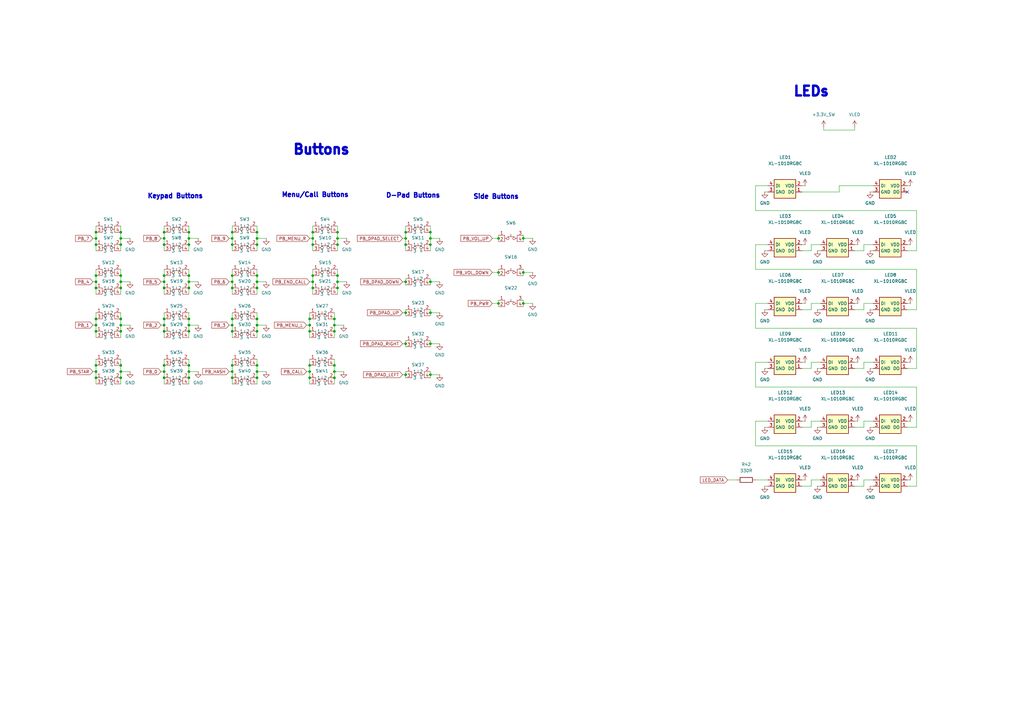
<source format=kicad_sch>
(kicad_sch (version 20250114) (generator "eeschema") (generator_version "9.0")
  (paper "A3")
  (title_block (title "UQ Phone") (rev "0.2.0") (company "The University of Queensland"))
  (text "Side Buttons\n\n" (at 203.454 82.296 0) (effects (font (size 1.905 1.905) (thickness 1) (bold yes))))
  (text "LEDs\n" (at 332.74 37.592 0) (effects (font (size 4 4) (thickness 1) (bold yes))))
  (text "D-Pad Buttons\n" (at 169.418 80.264 0) (effects (font (size 1.905 1.905) (thickness 1) (bold yes))))
  (text "Keypad Buttons\n" (at 71.882 80.518 0) (effects (font (size 1.905 1.905) (thickness 1) (bold yes))))
  (text "Menu/Call Buttons\n" (at 129.286 80.01 0) (effects (font (size 1.905 1.905) (thickness 1) (bold yes))))
  (text "Buttons\n" (at 131.826 61.468 0) (effects (font (size 4 4) (thickness 1) (bold yes))))
  (junction (at 95.25 115.57))
  (junction (at 214.63 97.7478))
  (junction (at 49.53 152.4))
  (junction (at 105.41 97.79))
  (junction (at 166.37 100.33))
  (junction (at 95.25 118.11))
  (junction (at 77.47 152.4))
  (junction (at 95.25 97.79))
  (junction (at 105.41 149.86))
  (junction (at 176.53 95.25))
  (junction (at 67.31 113.03))
  (junction (at 95.25 135.89))
  (junction (at 176.53 128.27))
  (junction (at 77.47 133.35))
  (junction (at 105.41 115.57))
  (junction (at 105.41 118.11))
  (junction (at 77.47 154.94))
  (junction (at 137.16 130.81))
  (junction (at 39.37 97.79))
  (junction (at 127 130.81))
  (junction (at 105.41 130.81))
  (junction (at 49.53 97.79))
  (junction (at 67.31 115.57))
  (junction (at 166.37 95.25))
  (junction (at 49.53 95.25))
  (junction (at 137.16 133.35))
  (junction (at 39.37 133.35))
  (junction (at 77.47 115.57))
  (junction (at 166.37 153.67))
  (junction (at 95.25 154.94))
  (junction (at 67.31 118.11))
  (junction (at 137.16 149.86))
  (junction (at 95.25 130.81))
  (junction (at 128.27 100.33))
  (junction (at 127 154.94))
  (junction (at 105.41 95.25))
  (junction (at 39.37 100.33))
  (junction (at 77.47 113.03))
  (junction (at 204.47 97.79))
  (junction (at 67.31 149.86))
  (junction (at 49.53 118.11))
  (junction (at 39.37 118.11))
  (junction (at 95.25 113.03))
  (junction (at 176.53 140.97))
  (junction (at 77.47 149.86))
  (junction (at 77.47 130.81))
  (junction (at 214.63 124.46))
  (junction (at 39.37 152.4))
  (junction (at 77.47 100.33))
  (junction (at 127 152.4))
  (junction (at 105.41 113.03))
  (junction (at 67.31 100.33))
  (junction (at 166.37 97.79))
  (junction (at 95.25 100.33))
  (junction (at 77.47 118.11))
  (junction (at 95.25 133.35))
  (junction (at 49.53 115.57))
  (junction (at 105.41 152.4))
  (junction (at 128.27 113.03))
  (junction (at 138.43 115.57))
  (junction (at 176.53 153.67))
  (junction (at 39.37 95.25))
  (junction (at 39.37 154.94))
  (junction (at 77.47 97.79))
  (junction (at 95.25 149.86))
  (junction (at 214.63 111.76))
  (junction (at 138.43 118.11))
  (junction (at 67.31 95.25))
  (junction (at 128.27 115.57))
  (junction (at 95.25 95.25))
  (junction (at 67.31 97.79))
  (junction (at 39.37 130.81))
  (junction (at 95.25 152.4))
  (junction (at 138.43 113.03))
  (junction (at 128.27 118.11))
  (junction (at 204.47 111.76))
  (junction (at 176.53 115.57))
  (junction (at 105.41 133.35))
  (junction (at 166.37 128.27))
  (junction (at 67.31 130.81))
  (junction (at 49.53 154.94))
  (junction (at 138.43 95.25))
  (junction (at 105.41 135.89))
  (junction (at 67.31 152.4))
  (junction (at 77.47 135.89))
  (junction (at 128.27 95.25))
  (junction (at 77.47 95.25))
  (junction (at 49.53 149.86))
  (junction (at 49.53 100.33))
  (junction (at 49.53 113.03))
  (junction (at 49.53 133.35))
  (junction (at 138.43 100.33))
  (junction (at 137.16 135.89))
  (junction (at 105.41 100.33))
  (junction (at 127 135.89))
  (junction (at 204.47 124.46))
  (junction (at 49.53 135.89))
  (junction (at 137.16 154.94))
  (junction (at 39.37 135.89))
  (junction (at 127 133.35))
  (junction (at 137.16 152.4))
  (junction (at 67.31 135.89))
  (junction (at 67.31 133.35))
  (junction (at 105.41 154.94))
  (junction (at 127 149.86))
  (junction (at 138.43 97.79))
  (junction (at 49.53 130.81))
  (junction (at 39.37 115.57))
  (junction (at 67.31 154.94))
  (junction (at 166.37 140.97))
  (junction (at 128.27 97.79))
  (junction (at 39.37 149.86))
  (junction (at 176.53 100.33))
  (junction (at 176.53 97.79))
  (junction (at 39.37 113.03))
  (junction (at 166.37 115.57))
  (no_connect (at 372.11 78.74))
  (wire (pts (xy 105.41 92.71) (xy 105.41 95.25)))
  (wire (pts (xy 66.04 133.35) (xy 67.31 133.35)))
  (wire (pts (xy 49.53 152.4) (xy 49.53 154.94)))
  (wire (pts (xy 38.1 133.35) (xy 39.37 133.35)))
  (wire (pts (xy 138.43 100.33) (xy 138.43 102.87)))
  (wire (pts (xy 309.88 196.85) (xy 314.96 196.85)))
  (wire (pts (xy 127 130.81) (xy 127 133.35)))
  (wire (pts (xy 49.53 100.33) (xy 49.53 102.87)))
  (wire (pts (xy 336.55 172.72) (xy 332.74 172.72)))
  (wire (pts (xy 77.47 128.27) (xy 77.47 130.81)))
  (wire (pts (xy 127 149.86) (xy 127 152.4)))
  (wire (pts (xy 176.53 140.97) (xy 176.53 142.24)))
  (wire (pts (xy 77.47 147.32) (xy 77.47 149.86)))
  (wire (pts (xy 336.55 151.13) (xy 335.28 151.13)))
  (wire (pts (xy 336.55 102.87) (xy 335.28 102.87)))
  (wire (pts (xy 358.14 124.46) (xy 354.33 124.46)))
  (wire (pts (xy 332.74 127) (xy 328.93 127)))
  (wire (pts (xy 358.14 102.87) (xy 356.87 102.87)))
  (wire (pts (xy 138.43 97.79) (xy 142.24 97.79)))
  (wire (pts (xy 39.37 97.79) (xy 39.37 100.33)))
  (wire (pts (xy 39.37 113.03) (xy 39.37 115.57)))
  (wire (pts (xy 176.53 92.71) (xy 176.53 95.25)))
  (wire (pts (xy 330.2 196.85) (xy 328.93 196.85)))
  (wire (pts (xy 176.53 97.79) (xy 180.34 97.79)))
  (wire (pts (xy 176.53 128.27) (xy 180.34 128.27)))
  (wire (pts (xy 39.37 152.4) (xy 39.37 154.94)))
  (wire (pts (xy 166.37 114.3) (xy 166.37 115.57)))
  (wire (pts (xy 77.47 130.81) (xy 77.47 133.35)))
  (wire (pts (xy 336.55 199.39) (xy 335.28 199.39)))
  (wire (pts (xy 373.38 148.59) (xy 372.11 148.59)))
  (wire (pts (xy 358.14 151.13) (xy 356.87 151.13)))
  (wire (pts (xy 49.53 97.79) (xy 49.53 100.33)))
  (wire (pts (xy 39.37 149.86) (xy 39.37 152.4)))
  (wire (pts (xy 375.92 110.49) (xy 375.92 127)))
  (wire (pts (xy 336.55 124.46) (xy 332.74 124.46)))
  (wire (pts (xy 38.1 152.4) (xy 39.37 152.4)))
  (wire (pts (xy 176.53 115.57) (xy 176.53 116.84)))
  (wire (pts (xy 95.25 100.33) (xy 95.25 102.87)))
  (wire (pts (xy 95.25 128.27) (xy 95.25 130.81)))
  (wire (pts (xy 125.73 152.4) (xy 127 152.4)))
  (wire (pts (xy 49.53 130.81) (xy 49.53 133.35)))
  (wire (pts (xy 77.47 118.11) (xy 77.47 120.65)))
  (wire (pts (xy 201.93 124.46) (xy 204.47 124.46)))
  (wire (pts (xy 314.96 175.26) (xy 313.69 175.26)))
  (wire (pts (xy 336.55 196.85) (xy 332.74 196.85)))
  (wire (pts (xy 127 152.4) (xy 127 154.94)))
  (wire (pts (xy 137.16 154.94) (xy 137.16 157.48)))
  (wire (pts (xy 77.47 135.89) (xy 77.47 138.43)))
  (wire (pts (xy 309.88 182.88) (xy 309.88 172.72)))
  (wire (pts (xy 201.93 111.76) (xy 204.47 111.76)))
  (wire (pts (xy 128.27 95.25) (xy 128.27 97.79)))
  (wire (pts (xy 176.53 140.97) (xy 180.34 140.97)))
  (wire (pts (xy 204.47 97.79) (xy 204.47 99.06)))
  (wire (pts (xy 39.37 92.71) (xy 39.37 95.25)))
  (wire (pts (xy 358.14 175.26) (xy 356.87 175.26)))
  (wire (pts (xy 137.16 128.27) (xy 137.16 130.81)))
  (wire (pts (xy 77.47 115.57) (xy 77.47 118.11)))
  (wire (pts (xy 49.53 152.4) (xy 53.34 152.4)))
  (wire (pts (xy 77.47 154.94) (xy 77.47 157.48)))
  (wire (pts (xy 67.31 133.35) (xy 67.31 135.89)))
  (wire (pts (xy 375.92 199.39) (xy 372.11 199.39)))
  (wire (pts (xy 309.88 134.62) (xy 309.88 124.46)))
  (wire (pts (xy 176.53 153.67) (xy 180.34 153.67)))
  (wire (pts (xy 354.33 199.39) (xy 350.52 199.39)))
  (wire (pts (xy 105.41 133.35) (xy 109.22 133.35)))
  (wire (pts (xy 375.92 175.26) (xy 372.11 175.26)))
  (wire (pts (xy 77.47 149.86) (xy 77.47 152.4)))
  (wire (pts (xy 351.79 124.46) (xy 350.52 124.46)))
  (wire (pts (xy 105.41 152.4) (xy 105.41 154.94)))
  (wire (pts (xy 314.96 78.74) (xy 313.69 78.74)))
  (wire (pts (xy 375.92 182.88) (xy 375.92 199.39)))
  (wire (pts (xy 336.55 148.59) (xy 332.74 148.59)))
  (wire (pts (xy 176.53 115.57) (xy 180.34 115.57)))
  (wire (pts (xy 358.14 199.39) (xy 356.87 199.39)))
  (wire (pts (xy 309.88 158.75) (xy 309.88 148.59)))
  (wire (pts (xy 67.31 147.32) (xy 67.31 149.86)))
  (wire (pts (xy 105.41 118.11) (xy 105.41 120.65)))
  (wire (pts (xy 105.41 110.49) (xy 105.41 113.03)))
  (wire (pts (xy 358.14 127) (xy 356.87 127)))
  (wire (pts (xy 332.74 102.87) (xy 328.93 102.87)))
  (wire (pts (xy 77.47 110.49) (xy 77.47 113.03)))
  (wire (pts (xy 67.31 130.81) (xy 67.31 133.35)))
  (wire (pts (xy 67.31 128.27) (xy 67.31 130.81)))
  (wire (pts (xy 93.98 152.4) (xy 95.25 152.4)))
  (wire (pts (xy 358.14 172.72) (xy 354.33 172.72)))
  (wire (pts (xy 128.27 110.49) (xy 128.27 113.03)))
  (wire (pts (xy 105.41 149.86) (xy 105.41 152.4)))
  (wire (pts (xy 77.47 113.03) (xy 77.47 115.57)))
  (wire (pts (xy 332.74 148.59) (xy 332.74 151.13)))
  (wire (pts (xy 375.92 127) (xy 372.11 127)))
  (wire (pts (xy 38.1 97.79) (xy 39.37 97.79)))
  (wire (pts (xy 373.38 124.46) (xy 372.11 124.46)))
  (wire (pts (xy 105.41 152.4) (xy 109.22 152.4)))
  (wire (pts (xy 176.53 153.67) (xy 176.53 154.94)))
  (wire (pts (xy 95.25 135.89) (xy 95.25 138.43)))
  (wire (pts (xy 38.1 115.57) (xy 39.37 115.57)))
  (wire (pts (xy 49.53 113.03) (xy 49.53 115.57)))
  (wire (pts (xy 309.88 100.33) (xy 314.96 100.33)))
  (wire (pts (xy 66.04 115.57) (xy 67.31 115.57)))
  (wire (pts (xy 95.25 113.03) (xy 95.25 115.57)))
  (wire (pts (xy 354.33 151.13) (xy 350.52 151.13)))
  (wire (pts (xy 137.16 130.81) (xy 137.16 133.35)))
  (wire (pts (xy 127 97.79) (xy 128.27 97.79)))
  (wire (pts (xy 166.37 128.27) (xy 166.37 129.54)))
  (wire (pts (xy 351.79 100.33) (xy 350.52 100.33)))
  (wire (pts (xy 165.1 97.79) (xy 166.37 97.79)))
  (wire (pts (xy 204.47 110.49) (xy 204.47 111.76)))
  (wire (pts (xy 354.33 102.87) (xy 350.52 102.87)))
  (wire (pts (xy 354.33 196.85) (xy 354.33 199.39)))
  (wire (pts (xy 67.31 152.4) (xy 67.31 154.94)))
  (wire (pts (xy 39.37 147.32) (xy 39.37 149.86)))
  (wire (pts (xy 49.53 149.86) (xy 49.53 152.4)))
  (wire (pts (xy 95.25 152.4) (xy 95.25 154.94)))
  (wire (pts (xy 309.88 148.59) (xy 314.96 148.59)))
  (wire (pts (xy 176.53 152.4) (xy 176.53 153.67)))
  (wire (pts (xy 375.92 86.36) (xy 375.92 102.87)))
  (wire (pts (xy 105.41 95.25) (xy 105.41 97.79)))
  (wire (pts (xy 176.53 97.79) (xy 176.53 100.33)))
  (wire (pts (xy 176.53 100.33) (xy 176.53 102.87)))
  (wire (pts (xy 138.43 95.25) (xy 138.43 97.79)))
  (wire (pts (xy 77.47 97.79) (xy 77.47 100.33)))
  (wire (pts (xy 128.27 113.03) (xy 128.27 115.57)))
  (wire (pts (xy 358.14 76.2) (xy 344.17 76.2)))
  (wire (pts (xy 105.41 154.94) (xy 105.41 157.48)))
  (wire (pts (xy 49.53 133.35) (xy 53.34 133.35)))
  (wire (pts (xy 49.53 147.32) (xy 49.53 149.86)))
  (wire (pts (xy 336.55 127) (xy 335.28 127)))
  (wire (pts (xy 127 115.57) (xy 128.27 115.57)))
  (wire (pts (xy 138.43 115.57) (xy 142.24 115.57)))
  (wire (pts (xy 127 135.89) (xy 127 138.43)))
  (wire (pts (xy 314.96 102.87) (xy 313.69 102.87)))
  (wire (pts (xy 165.1 153.67) (xy 166.37 153.67)))
  (wire (pts (xy 77.47 97.79) (xy 81.28 97.79)))
  (wire (pts (xy 66.04 97.79) (xy 67.31 97.79)))
  (wire (pts (xy 77.47 115.57) (xy 81.28 115.57)))
  (wire (pts (xy 214.63 96.52) (xy 214.63 97.7478)))
  (wire (pts (xy 67.31 92.71) (xy 67.31 95.25)))
  (wire (pts (xy 138.43 115.57) (xy 138.43 118.11)))
  (wire (pts (xy 354.33 100.33) (xy 354.33 102.87)))
  (wire (pts (xy 137.16 152.4) (xy 137.16 154.94)))
  (wire (pts (xy 77.47 133.35) (xy 77.47 135.89)))
  (wire (pts (xy 105.41 115.57) (xy 105.41 118.11)))
  (wire (pts (xy 128.27 92.71) (xy 128.27 95.25)))
  (wire (pts (xy 354.33 127) (xy 350.52 127)))
  (wire (pts (xy 49.53 95.25) (xy 49.53 97.79)))
  (wire (pts (xy 351.79 172.72) (xy 350.52 172.72)))
  (wire (pts (xy 105.41 147.32) (xy 105.41 149.86)))
  (wire (pts (xy 351.79 148.59) (xy 350.52 148.59)))
  (wire (pts (xy 332.74 199.39) (xy 328.93 199.39)))
  (wire (pts (xy 214.63 123.19) (xy 214.63 124.46)))
  (wire (pts (xy 204.47 111.76) (xy 204.47 113.03)))
  (wire (pts (xy 67.31 95.25) (xy 67.31 97.79)))
  (wire (pts (xy 309.88 76.2) (xy 314.96 76.2)))
  (wire (pts (xy 344.17 78.74) (xy 328.93 78.74)))
  (wire (pts (xy 138.43 110.49) (xy 138.43 113.03)))
  (wire (pts (xy 127 154.94) (xy 127 157.48)))
  (wire (pts (xy 95.25 149.86) (xy 95.25 152.4)))
  (wire (pts (xy 127 133.35) (xy 127 135.89)))
  (wire (pts (xy 166.37 97.79) (xy 166.37 100.33)))
  (wire (pts (xy 95.25 97.79) (xy 95.25 100.33)))
  (wire (pts (xy 67.31 113.03) (xy 67.31 115.57)))
  (wire (pts (xy 127 147.32) (xy 127 149.86)))
  (wire (pts (xy 330.2 124.46) (xy 328.93 124.46)))
  (wire (pts (xy 166.37 139.7) (xy 166.37 140.97)))
  (wire (pts (xy 204.47 123.19) (xy 204.47 124.46)))
  (wire (pts (xy 95.25 154.94) (xy 95.25 157.48)))
  (wire (pts (xy 138.43 113.03) (xy 138.43 115.57)))
  (wire (pts (xy 204.47 124.46) (xy 204.47 125.73)))
  (wire (pts (xy 39.37 133.35) (xy 39.37 135.89)))
  (wire (pts (xy 375.92 134.62) (xy 309.88 134.62)))
  (wire (pts (xy 66.04 152.4) (xy 67.31 152.4)))
  (wire (pts (xy 105.41 97.79) (xy 105.41 100.33)))
  (wire (pts (xy 39.37 130.81) (xy 39.37 133.35)))
  (wire (pts (xy 95.25 95.25) (xy 95.25 97.79)))
  (wire (pts (xy 105.41 135.89) (xy 105.41 138.43)))
  (wire (pts (xy 309.88 86.36) (xy 309.88 76.2)))
  (wire (pts (xy 176.53 114.3) (xy 176.53 115.57)))
  (wire (pts (xy 67.31 110.49) (xy 67.31 113.03)))
  (wire (pts (xy 39.37 135.89) (xy 39.37 138.43)))
  (wire (pts (xy 77.47 152.4) (xy 81.28 152.4)))
  (wire (pts (xy 214.63 97.7478) (xy 214.63 99.06)))
  (wire (pts (xy 67.31 149.86) (xy 67.31 152.4)))
  (wire (pts (xy 336.55 175.26) (xy 335.28 175.26)))
  (wire (pts (xy 95.25 92.71) (xy 95.25 95.25)))
  (wire (pts (xy 39.37 154.94) (xy 39.37 157.48)))
  (wire (pts (xy 332.74 172.72) (xy 332.74 175.26)))
  (wire (pts (xy 166.37 95.25) (xy 166.37 97.79)))
  (wire (pts (xy 49.53 128.27) (xy 49.53 130.81)))
  (wire (pts (xy 354.33 124.46) (xy 354.33 127)))
  (wire (pts (xy 49.53 154.94) (xy 49.53 157.48)))
  (wire (pts (xy 77.47 95.25) (xy 77.47 97.79)))
  (wire (pts (xy 214.63 97.7478) (xy 218.44 97.7478)))
  (wire (pts (xy 67.31 154.94) (xy 67.31 157.48)))
  (wire (pts (xy 105.41 128.27) (xy 105.41 130.81)))
  (wire (pts (xy 137.16 149.86) (xy 137.16 152.4)))
  (wire (pts (xy 166.37 100.33) (xy 166.37 102.87)))
  (wire (pts (xy 336.55 100.33) (xy 332.74 100.33)))
  (wire (pts (xy 214.63 111.76) (xy 218.44 111.76)))
  (wire (pts (xy 344.17 76.2) (xy 344.17 78.74)))
  (wire (pts (xy 165.1 115.57) (xy 166.37 115.57)))
  (wire (pts (xy 166.37 127) (xy 166.37 128.27)))
  (wire (pts (xy 95.25 110.49) (xy 95.25 113.03)))
  (wire (pts (xy 39.37 95.25) (xy 39.37 97.79)))
  (wire (pts (xy 166.37 152.4) (xy 166.37 153.67)))
  (wire (pts (xy 358.14 196.85) (xy 354.33 196.85)))
  (wire (pts (xy 49.53 133.35) (xy 49.53 135.89)))
  (wire (pts (xy 309.88 110.49) (xy 309.88 100.33)))
  (wire (pts (xy 358.14 100.33) (xy 354.33 100.33)))
  (wire (pts (xy 309.88 124.46) (xy 314.96 124.46)))
  (wire (pts (xy 67.31 118.11) (xy 67.31 120.65)))
  (wire (pts (xy 93.98 115.57) (xy 95.25 115.57)))
  (wire (pts (xy 350.52 53.34) (xy 350.52 52.07)))
  (wire (pts (xy 330.2 148.59) (xy 328.93 148.59)))
  (wire (pts (xy 137.16 133.35) (xy 140.97 133.35)))
  (wire (pts (xy 137.16 135.89) (xy 137.16 138.43)))
  (wire (pts (xy 95.25 118.11) (xy 95.25 120.65)))
  (wire (pts (xy 332.74 196.85) (xy 332.74 199.39)))
  (wire (pts (xy 214.63 111.76) (xy 214.63 113.03)))
  (wire (pts (xy 314.96 151.13) (xy 313.69 151.13)))
  (wire (pts (xy 165.1 140.97) (xy 166.37 140.97)))
  (wire (pts (xy 77.47 92.71) (xy 77.47 95.25)))
  (wire (pts (xy 67.31 100.33) (xy 67.31 102.87)))
  (wire (pts (xy 337.82 52.07) (xy 337.82 53.34)))
  (wire (pts (xy 105.41 133.35) (xy 105.41 135.89)))
  (wire (pts (xy 105.41 97.79) (xy 109.22 97.79)))
  (wire (pts (xy 137.16 152.4) (xy 140.97 152.4)))
  (wire (pts (xy 214.63 110.49) (xy 214.63 111.76)))
  (wire (pts (xy 105.41 130.81) (xy 105.41 133.35)))
  (wire (pts (xy 127 128.27) (xy 127 130.81)))
  (wire (pts (xy 176.53 127) (xy 176.53 128.27)))
  (wire (pts (xy 354.33 148.59) (xy 354.33 151.13)))
  (wire (pts (xy 95.25 130.81) (xy 95.25 133.35)))
  (wire (pts (xy 128.27 100.33) (xy 128.27 102.87)))
  (wire (pts (xy 138.43 118.11) (xy 138.43 120.65)))
  (wire (pts (xy 95.25 147.32) (xy 95.25 149.86)))
  (wire (pts (xy 39.37 100.33) (xy 39.37 102.87)))
  (wire (pts (xy 95.25 133.35) (xy 95.25 135.89)))
  (wire (pts (xy 314.96 127) (xy 313.69 127)))
  (wire (pts (xy 358.14 78.74) (xy 356.87 78.74)))
  (wire (pts (xy 309.88 172.72) (xy 314.96 172.72)))
  (wire (pts (xy 137.16 133.35) (xy 137.16 135.89)))
  (wire (pts (xy 39.37 110.49) (xy 39.37 113.03)))
  (wire (pts (xy 375.92 182.88) (xy 309.88 182.88)))
  (wire (pts (xy 49.53 110.49) (xy 49.53 113.03)))
  (wire (pts (xy 314.96 199.39) (xy 313.69 199.39)))
  (wire (pts (xy 373.38 100.33) (xy 372.11 100.33)))
  (wire (pts (xy 77.47 100.33) (xy 77.47 102.87)))
  (wire (pts (xy 95.25 115.57) (xy 95.25 118.11)))
  (wire (pts (xy 67.31 97.79) (xy 67.31 100.33)))
  (wire (pts (xy 165.1 128.27) (xy 166.37 128.27)))
  (wire (pts (xy 125.73 133.35) (xy 127 133.35)))
  (wire (pts (xy 358.14 148.59) (xy 354.33 148.59)))
  (wire (pts (xy 373.38 172.72) (xy 372.11 172.72)))
  (wire (pts (xy 93.98 97.79) (xy 95.25 97.79)))
  (wire (pts (xy 138.43 92.71) (xy 138.43 95.25)))
  (wire (pts (xy 67.31 115.57) (xy 67.31 118.11)))
  (wire (pts (xy 166.37 92.71) (xy 166.37 95.25)))
  (wire (pts (xy 375.92 158.75) (xy 375.92 175.26)))
  (wire (pts (xy 176.53 95.25) (xy 176.53 97.79)))
  (wire (pts (xy 176.53 139.7) (xy 176.53 140.97)))
  (wire (pts (xy 77.47 133.35) (xy 81.28 133.35)))
  (wire (pts (xy 214.63 124.46) (xy 218.44 124.46)))
  (wire (pts (xy 332.74 151.13) (xy 328.93 151.13)))
  (wire (pts (xy 354.33 172.72) (xy 354.33 175.26)))
  (wire (pts (xy 137.16 147.32) (xy 137.16 149.86)))
  (wire (pts (xy 375.92 158.75) (xy 309.88 158.75)))
  (wire (pts (xy 39.37 118.11) (xy 39.37 120.65)))
  (wire (pts (xy 298.45 196.85) (xy 302.26 196.85)))
  (wire (pts (xy 214.63 124.46) (xy 214.63 125.73)))
  (wire (pts (xy 201.93 97.79) (xy 204.47 97.79)))
  (wire (pts (xy 138.43 97.79) (xy 138.43 100.33)))
  (wire (pts (xy 105.41 115.57) (xy 109.22 115.57)))
  (wire (pts (xy 166.37 153.67) (xy 166.37 154.94)))
  (wire (pts (xy 128.27 118.11) (xy 128.27 120.65)))
  (wire (pts (xy 176.53 128.27) (xy 176.53 129.54)))
  (wire (pts (xy 337.82 53.34) (xy 350.52 53.34)))
  (wire (pts (xy 375.92 151.13) (xy 372.11 151.13)))
  (wire (pts (xy 332.74 124.46) (xy 332.74 127)))
  (wire (pts (xy 330.2 76.2) (xy 328.93 76.2)))
  (wire (pts (xy 49.53 92.71) (xy 49.53 95.25)))
  (wire (pts (xy 332.74 100.33) (xy 332.74 102.87)))
  (wire (pts (xy 105.41 100.33) (xy 105.41 102.87)))
  (wire (pts (xy 39.37 128.27) (xy 39.37 130.81)))
  (wire (pts (xy 354.33 175.26) (xy 350.52 175.26)))
  (wire (pts (xy 49.53 115.57) (xy 53.34 115.57)))
  (wire (pts (xy 49.53 115.57) (xy 49.53 118.11)))
  (wire (pts (xy 375.92 110.49) (xy 309.88 110.49)))
  (wire (pts (xy 166.37 140.97) (xy 166.37 142.24)))
  (wire (pts (xy 49.53 97.79) (xy 53.34 97.79)))
  (wire (pts (xy 77.47 152.4) (xy 77.47 154.94)))
  (wire (pts (xy 128.27 115.57) (xy 128.27 118.11)))
  (wire (pts (xy 93.98 133.35) (xy 95.25 133.35)))
  (wire (pts (xy 49.53 135.89) (xy 49.53 138.43)))
  (wire (pts (xy 204.47 96.52) (xy 204.47 97.79)))
  (wire (pts (xy 128.27 97.79) (xy 128.27 100.33)))
  (wire (pts (xy 330.2 172.72) (xy 328.93 172.72)))
  (wire (pts (xy 375.92 102.87) (xy 372.11 102.87)))
  (wire (pts (xy 375.92 134.62) (xy 375.92 151.13)))
  (wire (pts (xy 49.53 118.11) (xy 49.53 120.65)))
  (wire (pts (xy 375.92 86.36) (xy 309.88 86.36)))
  (wire (pts (xy 67.31 135.89) (xy 67.31 138.43)))
  (wire (pts (xy 39.37 115.57) (xy 39.37 118.11)))
  (wire (pts (xy 373.38 196.85) (xy 372.11 196.85)))
  (wire (pts (xy 166.37 115.57) (xy 166.37 116.84)))
  (wire (pts (xy 373.38 76.2) (xy 372.11 76.2)))
  (wire (pts (xy 105.41 113.03) (xy 105.41 115.57)))
  (wire (pts (xy 330.2 100.33) (xy 328.93 100.33)))
  (wire (pts (xy 351.79 196.85) (xy 350.52 196.85)))
  (wire (pts (xy 332.74 175.26) (xy 328.93 175.26)))
  (global_label "PB_VOL_DOWN" (shape input) (at 201.93 111.76 180) (property "Intersheetrefs" "${INTERSHEET_REFS}" (effects (hide yes))))
  (global_label "PB_DPAD_RIGHT" (shape input) (at 165.1 140.97 180) (property "Intersheetrefs" "${INTERSHEET_REFS}" (effects (hide yes))))
  (global_label "PB_VOL_UP" (shape input) (at 201.93 97.79 180) (property "Intersheetrefs" "${INTERSHEET_REFS}" (effects (hide yes))))
  (global_label "LED_DATA" (shape input) (at 298.45 196.85 180) (property "Intersheetrefs" "${INTERSHEET_REFS}" (effects (hide yes))))
  (global_label "PB_PWR" (shape input) (at 201.93 124.46 180) (property "Intersheetrefs" "${INTERSHEET_REFS}" (effects (hide yes))))
  (global_label "PB_STAR" (shape input) (at 38.1 152.4 180) (property "Intersheetrefs" "${INTERSHEET_REFS}" (effects (hide yes))))
  (global_label "PB_1" (shape input) (at 38.1 133.35 180) (property "Intersheetrefs" "${INTERSHEET_REFS}" (effects (hide yes))))
  (global_label "PB_8" (shape input) (at 66.04 97.79 180) (property "Intersheetrefs" "${INTERSHEET_REFS}" (effects (hide yes))))
  (global_label "PB_2" (shape input) (at 66.04 133.35 180) (property "Intersheetrefs" "${INTERSHEET_REFS}" (effects (hide yes))))
  (global_label "PB_0" (shape input) (at 66.04 152.4 180) (property "Intersheetrefs" "${INTERSHEET_REFS}" (effects (hide yes))))
  (global_label "PB_DPAD_SELECT" (shape input) (at 165.1 97.79 180) (property "Intersheetrefs" "${INTERSHEET_REFS}" (effects (hide yes))))
  (global_label "PB_HASH" (shape input) (at 93.98 152.4 180) (property "Intersheetrefs" "${INTERSHEET_REFS}" (effects (hide yes))))
  (global_label "PB_DPAD_DOWN" (shape input) (at 165.1 115.57 180) (property "Intersheetrefs" "${INTERSHEET_REFS}" (effects (hide yes))))
  (global_label "PB_6" (shape input) (at 93.98 115.57 180) (property "Intersheetrefs" "${INTERSHEET_REFS}" (effects (hide yes))))
  (global_label "PB_7" (shape input) (at 38.1 97.79 180) (property "Intersheetrefs" "${INTERSHEET_REFS}" (effects (hide yes))))
  (global_label "PB_MENU_R" (shape input) (at 127 97.79 180) (property "Intersheetrefs" "${INTERSHEET_REFS}" (effects (hide yes))))
  (global_label "PB_DPAD_UP" (shape input) (at 165.1 128.27 180) (property "Intersheetrefs" "${INTERSHEET_REFS}" (effects (hide yes))))
  (global_label "PB_3" (shape input) (at 93.98 133.35 180) (property "Intersheetrefs" "${INTERSHEET_REFS}" (effects (hide yes))))
  (global_label "PB_CALL" (shape input) (at 125.73 152.4 180) (property "Intersheetrefs" "${INTERSHEET_REFS}" (effects (hide yes))))
  (global_label "PB_4" (shape input) (at 38.1 115.57 180) (property "Intersheetrefs" "${INTERSHEET_REFS}" (effects (hide yes))))
  (global_label "PB_END_CALL" (shape input) (at 127 115.57 180) (property "Intersheetrefs" "${INTERSHEET_REFS}" (effects (hide yes))))
  (global_label "PB_9" (shape input) (at 93.98 97.79 180) (property "Intersheetrefs" "${INTERSHEET_REFS}" (effects (hide yes))))
  (global_label "PB_DPAD_LEFT" (shape input) (at 165.1 153.67 180) (property "Intersheetrefs" "${INTERSHEET_REFS}" (effects (hide yes))))
  (global_label "PB_5" (shape input) (at 66.04 115.57 180) (property "Intersheetrefs" "${INTERSHEET_REFS}" (effects (hide yes))))
  (global_label "PB_MENU_L" (shape input) (at 125.73 133.35 180) (property "Intersheetrefs" "${INTERSHEET_REFS}" (effects (hide yes))))
  (symbol (lib_id "power:+3.3V") (at 373.38 196.85 0) (mirror y) (unit 1)
    (property "Reference" "#PWR0175" (effects (hide yes)))
    (property "Value" "VLED" (at 373.38 191.77 0))
    (property "Description" "Power symbol creates a global label with name \"+3.3V\"" (effects (hide yes)))
  )
  (symbol (lib_id "Misc:XL-1010RGBC-WS2812B") (at 358.14 199.39 0) (mirror x) (unit 1)
    (property "Reference" "LED17" (at 365.252 185.166 0))
    (property "Value" "XL-1010RGBC" (at 365.252 187.706 0))
    (property "Footprint" "custom_footprints:XL-1010RGBC-WS2812B" (effects (hide yes)))
    (property "Description" "XINGLIGHT XL-1010RGBC-WS2812B" (effects (hide yes)))
    (property "LCSC PN" "C5349953" (effects (hide yes)))
  )
  (symbol (lib_id "Misc:SKTAAAE010") (at 128.27 92.71 0) (unit 1)
    (property "Reference" "SW4" (at 133.35 89.916 0))
    (property "Value" "SKTAAAE010" (effects (hide yes)))
    (property "Footprint" "custom_footprints:SKTAAAE010" (effects (hide yes)))
    (property "LCSC PN" "C358616" (effects (hide yes)))
  )
  (symbol (lib_id "Misc:XL-1010RGBC-WS2812B") (at 358.14 175.26 0) (mirror x) (unit 1)
    (property "Reference" "LED14" (at 365.252 161.036 0))
    (property "Value" "XL-1010RGBC" (at 365.252 163.576 0))
    (property "Footprint" "custom_footprints:XL-1010RGBC-WS2812B" (effects (hide yes)))
    (property "Description" "XINGLIGHT XL-1010RGBC-WS2812B" (effects (hide yes)))
    (property "LCSC PN" "C5349953" (effects (hide yes)))
  )
  (symbol (lib_id "power:GND") (at 356.87 102.87 0) (mirror y) (unit 1)
    (property "Reference" "#PWR0136" (effects (hide yes)))
    (property "Value" "GND" (at 356.87 107.442 0))
    (property "Description" "Power symbol creates a global label with name \"GND\" , ground" (effects (hide yes)))
  )
  (symbol (lib_id "power:+3.3V") (at 330.2 148.59 0) (mirror y) (unit 1)
    (property "Reference" "#PWR0156" (effects (hide yes)))
    (property "Value" "VLED" (at 330.2 143.51 0))
    (property "Description" "Power symbol creates a global label with name \"+3.3V\"" (effects (hide yes)))
  )
  (symbol (lib_id "Misc:SKTAAAE010") (at 127 135.89 0) (unit 1)
    (property "Reference" "SW31" (at 132.08 133.096 0))
    (property "Value" "SKTAAAE010" (effects (hide yes)))
    (property "Footprint" "custom_footprints:SKTAAAE010" (effects (hide yes)))
    (property "LCSC PN" "C358616" (effects (hide yes)))
  )
  (symbol (lib_id "Misc:SKTAAAE010") (at 127 147.32 0) (unit 1)
    (property "Reference" "SW36" (at 132.08 144.526 0))
    (property "Value" "SKTAAAE010" (effects (hide yes)))
    (property "Footprint" "custom_footprints:SKTAAAE010" (effects (hide yes)))
    (property "LCSC PN" "C358616" (effects (hide yes)))
  )
  (symbol (lib_id "Misc:SKSCLCE010") (at 209.55 111.76 0) (unit 1)
    (property "Reference" "SW16" (at 209.55 105.41 0))
    (property "Value" "SKSCLCE010" (effects (hide yes)))
    (property "Footprint" "custom_footprints:SKSCLCE010" (effects (hide yes)))
    (property "LCSC PN" "C139799" (effects (hide yes)))
  )
  (symbol (lib_id "Misc:SKTAAAE010") (at 67.31 135.89 0) (unit 1)
    (property "Reference" "SW29" (at 72.39 133.096 0))
    (property "Value" "SKTAAAE010" (effects (hide yes)))
    (property "Footprint" "custom_footprints:SKTAAAE010" (effects (hide yes)))
    (property "LCSC PN" "C358616" (effects (hide yes)))
  )
  (symbol (lib_id "power:GND") (at 109.22 133.35 0) (mirror y) (unit 1)
    (property "Reference" "#PWR0153" (effects (hide yes)))
    (property "Value" "GND" (at 109.22 137.922 0))
    (property "Description" "Power symbol creates a global label with name \"GND\" , ground" (effects (hide yes)))
  )
  (symbol (lib_id "Misc:SKTAAAE010") (at 127 128.27 0) (unit 1)
    (property "Reference" "SW27" (at 132.08 125.476 0))
    (property "Value" "SKTAAAE010" (effects (hide yes)))
    (property "Footprint" "custom_footprints:SKTAAAE010" (effects (hide yes)))
    (property "LCSC PN" "C358616" (effects (hide yes)))
  )
  (symbol (lib_id "power:GND") (at 335.28 151.13 0) (mirror y) (unit 1)
    (property "Reference" "#PWR0160" (effects (hide yes)))
    (property "Value" "GND" (at 335.28 155.702 0))
    (property "Description" "Power symbol creates a global label with name \"GND\" , ground" (effects (hide yes)))
  )
  (symbol (lib_id "power:+3.3V") (at 351.79 148.59 0) (mirror y) (unit 1)
    (property "Reference" "#PWR0157" (effects (hide yes)))
    (property "Value" "VLED" (at 351.79 143.51 0))
    (property "Description" "Power symbol creates a global label with name \"+3.3V\"" (effects (hide yes)))
  )
  (symbol (lib_id "power:GND") (at 180.34 153.67 0) (mirror y) (unit 1)
    (property "Reference" "#PWR0166" (effects (hide yes)))
    (property "Value" "GND" (at 180.34 158.242 0))
    (property "Description" "Power symbol creates a global label with name \"GND\" , ground" (effects (hide yes)))
  )
  (symbol (lib_id "power:GND") (at 81.28 133.35 0) (mirror y) (unit 1)
    (property "Reference" "#PWR0152" (effects (hide yes)))
    (property "Value" "GND" (at 81.28 137.922 0))
    (property "Description" "Power symbol creates a global label with name \"GND\" , ground" (effects (hide yes)))
  )
  (symbol (lib_id "power:GND") (at 313.69 175.26 0) (mirror y) (unit 1)
    (property "Reference" "#PWR0170" (effects (hide yes)))
    (property "Value" "GND" (at 313.69 179.832 0))
    (property "Description" "Power symbol creates a global label with name \"GND\" , ground" (effects (hide yes)))
  )
  (symbol (lib_id "Misc:SKTAAAE010") (at 67.31 154.94 0) (unit 1)
    (property "Reference" "SW39" (at 72.39 152.146 0))
    (property "Value" "SKTAAAE010" (effects (hide yes)))
    (property "Footprint" "custom_footprints:SKTAAAE010" (effects (hide yes)))
    (property "LCSC PN" "C358616" (effects (hide yes)))
  )
  (symbol (lib_id "power:GND") (at 313.69 78.74 0) (mirror y) (unit 1)
    (property "Reference" "#PWR0123" (effects (hide yes)))
    (property "Value" "GND" (at 313.69 83.312 0))
    (property "Description" "Power symbol creates a global label with name \"GND\" , ground" (effects (hide yes)))
  )
  (symbol (lib_id "Misc:SKTAAAE010") (at 67.31 92.71 0) (unit 1)
    (property "Reference" "SW2" (at 72.39 89.916 0))
    (property "Value" "SKTAAAE010" (effects (hide yes)))
    (property "Footprint" "custom_footprints:SKTAAAE010" (effects (hide yes)))
    (property "LCSC PN" "C358616" (effects (hide yes)))
  )
  (symbol (lib_id "power:+3.3V") (at 351.79 124.46 0) (mirror y) (unit 1)
    (property "Reference" "#PWR0145" (effects (hide yes)))
    (property "Value" "VLED" (at 351.79 119.38 0))
    (property "Description" "Power symbol creates a global label with name \"+3.3V\"" (effects (hide yes)))
  )
  (symbol (lib_id "Misc:SKTAAAE010") (at 95.25 147.32 0) (unit 1)
    (property "Reference" "SW35" (at 100.33 144.526 0))
    (property "Value" "SKTAAAE010" (effects (hide yes)))
    (property "Footprint" "custom_footprints:SKTAAAE010" (effects (hide yes)))
    (property "LCSC PN" "C358616" (effects (hide yes)))
  )
  (symbol (lib_id "Misc:SKTAAAE010") (at 128.27 118.11 0) (unit 1)
    (property "Reference" "SW21" (at 133.35 115.316 0))
    (property "Value" "SKTAAAE010" (effects (hide yes)))
    (property "Footprint" "custom_footprints:SKTAAAE010" (effects (hide yes)))
    (property "LCSC PN" "C358616" (effects (hide yes)))
  )
  (symbol (lib_id "Misc:SKTAAAE010") (at 39.37 154.94 0) (unit 1)
    (property "Reference" "SW38" (at 44.45 152.146 0))
    (property "Value" "SKTAAAE010" (effects (hide yes)))
    (property "Footprint" "custom_footprints:SKTAAAE010" (effects (hide yes)))
    (property "LCSC PN" "C358616" (effects (hide yes)))
  )
  (symbol (lib_id "power:GND") (at 313.69 127 0) (mirror y) (unit 1)
    (property "Reference" "#PWR0147" (effects (hide yes)))
    (property "Value" "GND" (at 313.69 131.572 0))
    (property "Description" "Power symbol creates a global label with name \"GND\" , ground" (effects (hide yes)))
  )
  (symbol (lib_id "Misc:SKTAAAE010") (at 67.31 128.27 0) (unit 1)
    (property "Reference" "SW25" (at 72.39 125.476 0))
    (property "Value" "SKTAAAE010" (effects (hide yes)))
    (property "Footprint" "custom_footprints:SKTAAAE010" (effects (hide yes)))
    (property "LCSC PN" "C358616" (effects (hide yes)))
  )
  (symbol (lib_id "power:GND") (at 218.44 111.76 0) (mirror y) (unit 1)
    (property "Reference" "#PWR0137" (effects (hide yes)))
    (property "Value" "GND" (at 218.44 116.332 0))
    (property "Description" "Power symbol creates a global label with name \"GND\" , ground" (effects (hide yes)))
  )
  (symbol (lib_id "power:GND") (at 180.34 115.57 0) (mirror y) (unit 1)
    (property "Reference" "#PWR0142" (effects (hide yes)))
    (property "Value" "GND" (at 180.34 120.142 0))
    (property "Description" "Power symbol creates a global label with name \"GND\" , ground" (effects (hide yes)))
  )
  (symbol (lib_id "power:+3.3V") (at 351.79 172.72 0) (mirror y) (unit 1)
    (property "Reference" "#PWR0168" (effects (hide yes)))
    (property "Value" "VLED" (at 351.79 167.64 0))
    (property "Description" "Power symbol creates a global label with name \"+3.3V\"" (effects (hide yes)))
  )
  (symbol (lib_id "power:GND") (at 142.24 97.79 0) (mirror y) (unit 1)
    (property "Reference" "#PWR0129" (effects (hide yes)))
    (property "Value" "GND" (at 142.24 102.362 0))
    (property "Description" "Power symbol creates a global label with name \"GND\" , ground" (effects (hide yes)))
  )
  (symbol (lib_id "Misc:SKTAAAE010") (at 95.25 92.71 0) (unit 1)
    (property "Reference" "SW3" (at 100.33 89.916 0))
    (property "Value" "SKTAAAE010" (effects (hide yes)))
    (property "Footprint" "custom_footprints:SKTAAAE010" (effects (hide yes)))
    (property "LCSC PN" "C358616" (effects (hide yes)))
  )
  (symbol (lib_id "power:GND") (at 180.34 97.79 0) (mirror y) (unit 1)
    (property "Reference" "#PWR0130" (effects (hide yes)))
    (property "Value" "GND" (at 180.34 102.362 0))
    (property "Description" "Power symbol creates a global label with name \"GND\" , ground" (effects (hide yes)))
  )
  (symbol (lib_id "power:GND") (at 53.34 97.79 0) (mirror y) (unit 1)
    (property "Reference" "#PWR0126" (effects (hide yes)))
    (property "Value" "GND" (at 53.34 102.362 0))
    (property "Description" "Power symbol creates a global label with name \"GND\" , ground" (effects (hide yes)))
  )
  (symbol (lib_id "Misc:SKTAAAE010") (at 67.31 110.49 0) (unit 1)
    (property "Reference" "SW13" (at 72.39 107.696 0))
    (property "Value" "SKTAAAE010" (effects (hide yes)))
    (property "Footprint" "custom_footprints:SKTAAAE010" (effects (hide yes)))
    (property "LCSC PN" "C358616" (effects (hide yes)))
  )
  (symbol (lib_id "power:GND") (at 335.28 199.39 0) (mirror y) (unit 1)
    (property "Reference" "#PWR0177" (effects (hide yes)))
    (property "Value" "GND" (at 335.28 203.962 0))
    (property "Description" "Power symbol creates a global label with name \"GND\" , ground" (effects (hide yes)))
  )
  (symbol (lib_id "Misc:SKTAAAE010") (at 39.37 128.27 0) (unit 1)
    (property "Reference" "SW24" (at 44.45 125.476 0))
    (property "Value" "SKTAAAE010" (effects (hide yes)))
    (property "Footprint" "custom_footprints:SKTAAAE010" (effects (hide yes)))
    (property "LCSC PN" "C358616" (effects (hide yes)))
  )
  (symbol (lib_id "Misc:SKTAAAE010") (at 67.31 100.33 0) (unit 1)
    (property "Reference" "SW8" (at 72.39 97.536 0))
    (property "Value" "SKTAAAE010" (effects (hide yes)))
    (property "Footprint" "custom_footprints:SKTAAAE010" (effects (hide yes)))
    (property "LCSC PN" "C358616" (effects (hide yes)))
  )
  (symbol (lib_id "Misc:SKTAAAE010") (at 166.37 139.7 0) (unit 1)
    (property "Reference" "SW32" (at 171.45 136.906 0))
    (property "Value" "SKTAAAE010" (effects (hide yes)))
    (property "Footprint" "custom_footprints:SKTAAAE010" (effects (hide yes)))
    (property "LCSC PN" "C358616" (effects (hide yes)))
  )
  (symbol (lib_id "Misc:XL-1010RGBC-WS2812B") (at 314.96 78.74 0) (mirror x) (unit 1)
    (property "Reference" "LED1" (at 322.072 64.516 0))
    (property "Value" "XL-1010RGBC" (at 322.072 67.056 0))
    (property "Footprint" "custom_footprints:XL-1010RGBC-WS2812B" (effects (hide yes)))
    (property "Description" "XINGLIGHT XL-1010RGBC-WS2812B" (effects (hide yes)))
    (property "LCSC PN" "C5349953" (effects (hide yes)))
  )
  (symbol (lib_id "Misc:XL-1010RGBC-WS2812B") (at 336.55 199.39 0) (mirror x) (unit 1)
    (property "Reference" "LED16" (at 343.662 185.166 0))
    (property "Value" "XL-1010RGBC" (at 343.662 187.706 0))
    (property "Footprint" "custom_footprints:XL-1010RGBC-WS2812B" (effects (hide yes)))
    (property "Description" "XINGLIGHT XL-1010RGBC-WS2812B" (effects (hide yes)))
    (property "LCSC PN" "C5349953" (effects (hide yes)))
  )
  (symbol (lib_id "Misc:SKTAAAE010") (at 166.37 100.33 0) (unit 1)
    (property "Reference" "SW11" (at 171.45 97.536 0))
    (property "Value" "SKTAAAE010" (effects (hide yes)))
    (property "Footprint" "custom_footprints:SKTAAAE010" (effects (hide yes)))
    (property "LCSC PN" "C358616" (effects (hide yes)))
  )
  (symbol (lib_id "power:GND") (at 142.24 115.57 0) (mirror y) (unit 1)
    (property "Reference" "#PWR0141" (effects (hide yes)))
    (property "Value" "GND" (at 142.24 120.142 0))
    (property "Description" "Power symbol creates a global label with name \"GND\" , ground" (effects (hide yes)))
  )
  (symbol (lib_id "power:GND") (at 356.87 78.74 0) (mirror y) (unit 1)
    (property "Reference" "#PWR0124" (effects (hide yes)))
    (property "Value" "GND" (at 356.87 83.312 0))
    (property "Description" "Power symbol creates a global label with name \"GND\" , ground" (effects (hide yes)))
  )
  (symbol (lib_id "Misc:SKTAAAE010") (at 166.37 92.71 0) (unit 1)
    (property "Reference" "SW5" (at 171.45 89.916 0))
    (property "Value" "SKTAAAE010" (effects (hide yes)))
    (property "Footprint" "custom_footprints:SKTAAAE010" (effects (hide yes)))
    (property "LCSC PN" "C358616" (effects (hide yes)))
  )
  (symbol (lib_id "Misc:XL-1010RGBC-WS2812B") (at 358.14 151.13 0) (mirror x) (unit 1)
    (property "Reference" "LED11" (at 365.252 136.906 0))
    (property "Value" "XL-1010RGBC" (at 365.252 139.446 0))
    (property "Footprint" "custom_footprints:XL-1010RGBC-WS2812B" (effects (hide yes)))
    (property "Description" "XINGLIGHT XL-1010RGBC-WS2812B" (effects (hide yes)))
    (property "LCSC PN" "C5349953" (effects (hide yes)))
  )
  (symbol (lib_id "Misc:SKTAAAE010") (at 166.37 127 0) (unit 1)
    (property "Reference" "SW23" (at 171.45 124.206 0))
    (property "Value" "SKTAAAE010" (effects (hide yes)))
    (property "Footprint" "custom_footprints:SKTAAAE010" (effects (hide yes)))
    (property "LCSC PN" "C358616" (effects (hide yes)))
  )
  (symbol (lib_id "power:+3.3V") (at 350.52 52.07 0) (mirror y) (unit 1)
    (property "Reference" "#PWR0120" (effects (hide yes)))
    (property "Value" "VLED" (at 350.52 46.99 0))
    (property "Description" "Power symbol creates a global label with name \"+3.3V\"" (effects (hide yes)))
  )
  (symbol (lib_id "Misc:SKTAAAE010") (at 128.27 110.49 0) (unit 1)
    (property "Reference" "SW15" (at 133.35 107.696 0))
    (property "Value" "SKTAAAE010" (effects (hide yes)))
    (property "Footprint" "custom_footprints:SKTAAAE010" (effects (hide yes)))
    (property "LCSC PN" "C358616" (effects (hide yes)))
  )
  (symbol (lib_id "power:GND") (at 53.34 152.4 0) (mirror y) (unit 1)
    (property "Reference" "#PWR0162" (effects (hide yes)))
    (property "Value" "GND" (at 53.34 156.972 0))
    (property "Description" "Power symbol creates a global label with name \"GND\" , ground" (effects (hide yes)))
  )
  (symbol (lib_id "power:GND") (at 180.34 128.27 0) (mirror y) (unit 1)
    (property "Reference" "#PWR0150" (effects (hide yes)))
    (property "Value" "GND" (at 180.34 132.842 0))
    (property "Description" "Power symbol creates a global label with name \"GND\" , ground" (effects (hide yes)))
  )
  (symbol (lib_id "power:GND") (at 109.22 97.79 0) (mirror y) (unit 1)
    (property "Reference" "#PWR0128" (effects (hide yes)))
    (property "Value" "GND" (at 109.22 102.362 0))
    (property "Description" "Power symbol creates a global label with name \"GND\" , ground" (effects (hide yes)))
  )
  (symbol (lib_id "Misc:XL-1010RGBC-WS2812B") (at 358.14 127 0) (mirror x) (unit 1)
    (property "Reference" "LED8" (at 365.252 112.776 0))
    (property "Value" "XL-1010RGBC" (at 365.252 115.316 0))
    (property "Footprint" "custom_footprints:XL-1010RGBC-WS2812B" (effects (hide yes)))
    (property "Description" "XINGLIGHT XL-1010RGBC-WS2812B" (effects (hide yes)))
    (property "LCSC PN" "C5349953" (effects (hide yes)))
  )
  (symbol (lib_id "Misc:XL-1010RGBC-WS2812B") (at 336.55 151.13 0) (mirror x) (unit 1)
    (property "Reference" "LED10" (at 343.662 136.906 0))
    (property "Value" "XL-1010RGBC" (at 343.662 139.446 0))
    (property "Footprint" "custom_footprints:XL-1010RGBC-WS2812B" (effects (hide yes)))
    (property "Description" "XINGLIGHT XL-1010RGBC-WS2812B" (effects (hide yes)))
    (property "LCSC PN" "C5349953" (effects (hide yes)))
  )
  (symbol (lib_id "Misc:XL-1010RGBC-WS2812B") (at 336.55 175.26 0) (mirror x) (unit 1)
    (property "Reference" "LED13" (at 343.662 161.036 0))
    (property "Value" "XL-1010RGBC" (at 343.662 163.576 0))
    (property "Footprint" "custom_footprints:XL-1010RGBC-WS2812B" (effects (hide yes)))
    (property "Description" "XINGLIGHT XL-1010RGBC-WS2812B" (effects (hide yes)))
    (property "LCSC PN" "C5349953" (effects (hide yes)))
  )
  (symbol (lib_id "Misc:XL-1010RGBC-WS2812B") (at 314.96 175.26 0) (mirror x) (unit 1)
    (property "Reference" "LED12" (at 322.072 161.036 0))
    (property "Value" "XL-1010RGBC" (at 322.072 163.576 0))
    (property "Footprint" "custom_footprints:XL-1010RGBC-WS2812B" (effects (hide yes)))
    (property "Description" "XINGLIGHT XL-1010RGBC-WS2812B" (effects (hide yes)))
    (property "LCSC PN" "C5349953" (effects (hide yes)))
  )
  (symbol (lib_id "Misc:SKTAAAE010") (at 95.25 118.11 0) (unit 1)
    (property "Reference" "SW20" (at 100.33 115.316 0))
    (property "Value" "SKTAAAE010" (effects (hide yes)))
    (property "Footprint" "custom_footprints:SKTAAAE010" (effects (hide yes)))
    (property "LCSC PN" "C358616" (effects (hide yes)))
  )
  (symbol (lib_id "power:GND") (at 313.69 199.39 0) (mirror y) (unit 1)
    (property "Reference" "#PWR0176" (effects (hide yes)))
    (property "Value" "GND" (at 313.69 203.962 0))
    (property "Description" "Power symbol creates a global label with name \"GND\" , ground" (effects (hide yes)))
  )
  (symbol (lib_id "power:+3.3V") (at 373.38 172.72 0) (mirror y) (unit 1)
    (property "Reference" "#PWR0169" (effects (hide yes)))
    (property "Value" "VLED" (at 373.38 167.64 0))
    (property "Description" "Power symbol creates a global label with name \"+3.3V\"" (effects (hide yes)))
  )
  (symbol (lib_id "Misc:SKTAAAE010") (at 39.37 92.71 0) (unit 1)
    (property "Reference" "SW1" (at 44.45 89.916 0))
    (property "Value" "SKTAAAE010" (effects (hide yes)))
    (property "Footprint" "custom_footprints:SKTAAAE010" (effects (hide yes)))
    (property "LCSC PN" "C358616" (effects (hide yes)))
  )
  (symbol (lib_id "Misc:XL-1010RGBC-WS2812B") (at 336.55 102.87 0) (mirror x) (unit 1)
    (property "Reference" "LED4" (at 343.662 88.646 0))
    (property "Value" "XL-1010RGBC" (at 343.662 91.186 0))
    (property "Footprint" "custom_footprints:XL-1010RGBC-WS2812B" (effects (hide yes)))
    (property "Description" "XINGLIGHT XL-1010RGBC-WS2812B" (effects (hide yes)))
    (property "LCSC PN" "C5349953" (effects (hide yes)))
  )
  (symbol (lib_id "Misc:SKTAAAE010") (at 39.37 135.89 0) (unit 1)
    (property "Reference" "SW28" (at 44.45 133.096 0))
    (property "Value" "SKTAAAE010" (effects (hide yes)))
    (property "Footprint" "custom_footprints:SKTAAAE010" (effects (hide yes)))
    (property "LCSC PN" "C358616" (effects (hide yes)))
  )
  (symbol (lib_id "power:+3.3V") (at 373.38 76.2 0) (mirror y) (unit 1)
    (property "Reference" "#PWR0122" (effects (hide yes)))
    (property "Value" "VLED" (at 373.38 71.12 0))
    (property "Description" "Power symbol creates a global label with name \"+3.3V\"" (effects (hide yes)))
  )
  (symbol (lib_id "power:GND") (at 53.34 115.57 0) (mirror y) (unit 1)
    (property "Reference" "#PWR0138" (effects (hide yes)))
    (property "Value" "GND" (at 53.34 120.142 0))
    (property "Description" "Power symbol creates a global label with name \"GND\" , ground" (effects (hide yes)))
  )
  (symbol (lib_id "Resistors:Resistor_330R") (at 306.07 196.85 90) (unit 1)
    (property "Reference" "R42" (at 306.07 190.5 90))
    (property "Value" "330R" (at 306.07 193.04 90))
    (property "Footprint" "Resistor_SMD:R_0402_1005Metric" (effects (hide yes)))
    (property "Description" "RES SMD 330 OHM 1% 1/10W 0402" (effects (hide yes)))
    (property "LCSC PN" "C6117577" (effects (hide yes)))
  )
  (symbol (lib_id "Misc:XL-1010RGBC-WS2812B") (at 314.96 102.87 0) (mirror x) (unit 1)
    (property "Reference" "LED3" (at 322.072 88.646 0))
    (property "Value" "XL-1010RGBC" (at 322.072 91.186 0))
    (property "Footprint" "custom_footprints:XL-1010RGBC-WS2812B" (effects (hide yes)))
    (property "Description" "XINGLIGHT XL-1010RGBC-WS2812B" (effects (hide yes)))
    (property "LCSC PN" "C5349953" (effects (hide yes)))
  )
  (symbol (lib_id "Misc:SKTAAAE010") (at 39.37 147.32 0) (unit 1)
    (property "Reference" "SW33" (at 44.45 144.526 0))
    (property "Value" "SKTAAAE010" (effects (hide yes)))
    (property "Footprint" "custom_footprints:SKTAAAE010" (effects (hide yes)))
    (property "LCSC PN" "C358616" (effects (hide yes)))
  )
  (symbol (lib_id "power:+3.3V") (at 330.2 76.2 0) (mirror y) (unit 1)
    (property "Reference" "#PWR0121" (effects (hide yes)))
    (property "Value" "VLED" (at 330.2 71.12 0))
    (property "Description" "Power symbol creates a global label with name \"+3.3V\"" (effects (hide yes)))
  )
  (symbol (lib_id "Misc:SKTAAAE010") (at 166.37 114.3 0) (unit 1)
    (property "Reference" "SW17" (at 171.45 111.506 0))
    (property "Value" "SKTAAAE010" (effects (hide yes)))
    (property "Footprint" "custom_footprints:SKTAAAE010" (effects (hide yes)))
    (property "LCSC PN" "C358616" (effects (hide yes)))
  )
  (symbol (lib_id "power:GND") (at 313.69 102.87 0) (mirror y) (unit 1)
    (property "Reference" "#PWR0134" (effects (hide yes)))
    (property "Value" "GND" (at 313.69 107.442 0))
    (property "Description" "Power symbol creates a global label with name \"GND\" , ground" (effects (hide yes)))
  )
  (symbol (lib_id "Misc:XL-1010RGBC-WS2812B") (at 358.14 102.87 0) (mirror x) (unit 1)
    (property "Reference" "LED5" (at 365.252 88.646 0))
    (property "Value" "XL-1010RGBC" (at 365.252 91.186 0))
    (property "Footprint" "custom_footprints:XL-1010RGBC-WS2812B" (effects (hide yes)))
    (property "Description" "XINGLIGHT XL-1010RGBC-WS2812B" (effects (hide yes)))
    (property "LCSC PN" "C5349953" (effects (hide yes)))
  )
  (symbol (lib_id "Misc:XL-1010RGBC-WS2812B") (at 314.96 151.13 0) (mirror x) (unit 1)
    (property "Reference" "LED9" (at 322.072 136.906 0))
    (property "Value" "XL-1010RGBC" (at 322.072 139.446 0))
    (property "Footprint" "custom_footprints:XL-1010RGBC-WS2812B" (effects (hide yes)))
    (property "Description" "XINGLIGHT XL-1010RGBC-WS2812B" (effects (hide yes)))
    (property "LCSC PN" "C5349953" (effects (hide yes)))
  )
  (symbol (lib_id "Misc:SKTAAAE010") (at 128.27 100.33 0) (unit 1)
    (property "Reference" "SW10" (at 133.35 97.536 0))
    (property "Value" "SKTAAAE010" (effects (hide yes)))
    (property "Footprint" "custom_footprints:SKTAAAE010" (effects (hide yes)))
    (property "LCSC PN" "C358616" (effects (hide yes)))
  )
  (symbol (lib_id "Misc:SKSCLCE010") (at 209.55 97.79 0) (unit 1)
    (property "Reference" "SW6" (at 209.55 91.44 0))
    (property "Value" "SKSCLCE010" (effects (hide yes)))
    (property "Footprint" "custom_footprints:SKSCLCE010" (effects (hide yes)))
    (property "LCSC PN" "C139799" (effects (hide yes)))
  )
  (symbol (lib_id "Misc:SKSCLCE010") (at 209.55 124.46 0) (unit 1)
    (property "Reference" "SW22" (at 209.55 118.11 0))
    (property "Value" "SKSCLCE010" (effects (hide yes)))
    (property "Footprint" "custom_footprints:SKSCLCE010" (effects (hide yes)))
    (property "LCSC PN" "C139799" (effects (hide yes)))
  )
  (symbol (lib_id "power:GND") (at 180.34 140.97 0) (mirror y) (unit 1)
    (property "Reference" "#PWR0155" (effects (hide yes)))
    (property "Value" "GND" (at 180.34 145.542 0))
    (property "Description" "Power symbol creates a global label with name \"GND\" , ground" (effects (hide yes)))
  )
  (symbol (lib_id "power:GND") (at 313.69 151.13 0) (mirror y) (unit 1)
    (property "Reference" "#PWR0159" (effects (hide yes)))
    (property "Value" "GND" (at 313.69 155.702 0))
    (property "Description" "Power symbol creates a global label with name \"GND\" , ground" (effects (hide yes)))
  )
  (symbol (lib_id "Misc:SKTAAAE010") (at 95.25 100.33 0) (unit 1)
    (property "Reference" "SW9" (at 100.33 97.536 0))
    (property "Value" "SKTAAAE010" (effects (hide yes)))
    (property "Footprint" "custom_footprints:SKTAAAE010" (effects (hide yes)))
    (property "LCSC PN" "C358616" (effects (hide yes)))
  )
  (symbol (lib_id "power:+3.3V") (at 373.38 124.46 0) (mirror y) (unit 1)
    (property "Reference" "#PWR0146" (effects (hide yes)))
    (property "Value" "VLED" (at 373.38 119.38 0))
    (property "Description" "Power symbol creates a global label with name \"+3.3V\"" (effects (hide yes)))
  )
  (symbol (lib_id "Misc:SKTAAAE010") (at 95.25 128.27 0) (unit 1)
    (property "Reference" "SW26" (at 100.33 125.476 0))
    (property "Value" "SKTAAAE010" (effects (hide yes)))
    (property "Footprint" "custom_footprints:SKTAAAE010" (effects (hide yes)))
    (property "LCSC PN" "C358616" (effects (hide yes)))
  )
  (symbol (lib_id "power:GND") (at 335.28 127 0) (mirror y) (unit 1)
    (property "Reference" "#PWR0148" (effects (hide yes)))
    (property "Value" "GND" (at 335.28 131.572 0))
    (property "Description" "Power symbol creates a global label with name \"GND\" , ground" (effects (hide yes)))
  )
  (symbol (lib_id "power:GND") (at 218.44 97.7478 0) (mirror y) (unit 1)
    (property "Reference" "#PWR0125" (effects (hide yes)))
    (property "Value" "GND" (at 218.44 102.3198 0))
    (property "Description" "Power symbol creates a global label with name \"GND\" , ground" (effects (hide yes)))
  )
  (symbol (lib_id "Misc:SKTAAAE010") (at 166.37 152.4 0) (unit 1)
    (property "Reference" "SW37" (at 171.45 149.606 0))
    (property "Value" "SKTAAAE010" (effects (hide yes)))
    (property "Footprint" "custom_footprints:SKTAAAE010" (effects (hide yes)))
    (property "LCSC PN" "C358616" (effects (hide yes)))
  )
  (symbol (lib_id "power:+3.3V") (at 330.2 124.46 0) (mirror y) (unit 1)
    (property "Reference" "#PWR0144" (effects (hide yes)))
    (property "Value" "VLED" (at 330.2 119.38 0))
    (property "Description" "Power symbol creates a global label with name \"+3.3V\"" (effects (hide yes)))
  )
  (symbol (lib_id "Misc:SKTAAAE010") (at 95.25 110.49 0) (unit 1)
    (property "Reference" "SW14" (at 100.33 107.696 0))
    (property "Value" "SKTAAAE010" (effects (hide yes)))
    (property "Footprint" "custom_footprints:SKTAAAE010" (effects (hide yes)))
    (property "LCSC PN" "C358616" (effects (hide yes)))
  )
  (symbol (lib_id "Misc:SKTAAAE010") (at 39.37 118.11 0) (unit 1)
    (property "Reference" "SW18" (at 44.45 115.316 0))
    (property "Value" "SKTAAAE010" (effects (hide yes)))
    (property "Footprint" "custom_footprints:SKTAAAE010" (effects (hide yes)))
    (property "LCSC PN" "C358616" (effects (hide yes)))
  )
  (symbol (lib_id "power:GND") (at 81.28 115.57 0) (mirror y) (unit 1)
    (property "Reference" "#PWR0139" (effects (hide yes)))
    (property "Value" "GND" (at 81.28 120.142 0))
    (property "Description" "Power symbol creates a global label with name \"GND\" , ground" (effects (hide yes)))
  )
  (symbol (lib_id "power:GND") (at 218.44 124.46 0) (mirror y) (unit 1)
    (property "Reference" "#PWR0143" (effects (hide yes)))
    (property "Value" "GND" (at 218.44 129.032 0))
    (property "Description" "Power symbol creates a global label with name \"GND\" , ground" (effects (hide yes)))
  )
  (symbol (lib_id "Misc:SKTAAAE010") (at 95.25 154.94 0) (unit 1)
    (property "Reference" "SW40" (at 100.33 152.146 0))
    (property "Value" "SKTAAAE010" (effects (hide yes)))
    (property "Footprint" "custom_footprints:SKTAAAE010" (effects (hide yes)))
    (property "LCSC PN" "C358616" (effects (hide yes)))
  )
  (symbol (lib_id "power:GND") (at 356.87 199.39 0) (mirror y) (unit 1)
    (property "Reference" "#PWR0178" (effects (hide yes)))
    (property "Value" "GND" (at 356.87 203.962 0))
    (property "Description" "Power symbol creates a global label with name \"GND\" , ground" (effects (hide yes)))
  )
  (symbol (lib_id "power:GND") (at 109.22 152.4 0) (mirror y) (unit 1)
    (property "Reference" "#PWR0164" (effects (hide yes)))
    (property "Value" "GND" (at 109.22 156.972 0))
    (property "Description" "Power symbol creates a global label with name \"GND\" , ground" (effects (hide yes)))
  )
  (symbol (lib_id "power:GND") (at 335.28 102.87 0) (mirror y) (unit 1)
    (property "Reference" "#PWR0135" (effects (hide yes)))
    (property "Value" "GND" (at 335.28 107.442 0))
    (property "Description" "Power symbol creates a global label with name \"GND\" , ground" (effects (hide yes)))
  )
  (symbol (lib_id "Misc:XL-1010RGBC-WS2812B") (at 336.55 127 0) (mirror x) (unit 1)
    (property "Reference" "LED7" (at 343.662 112.776 0))
    (property "Value" "XL-1010RGBC" (at 343.662 115.316 0))
    (property "Footprint" "custom_footprints:XL-1010RGBC-WS2812B" (effects (hide yes)))
    (property "Description" "XINGLIGHT XL-1010RGBC-WS2812B" (effects (hide yes)))
    (property "LCSC PN" "C5349953" (effects (hide yes)))
  )
  (symbol (lib_id "power:GND") (at 53.34 133.35 0) (mirror y) (unit 1)
    (property "Reference" "#PWR0151" (effects (hide yes)))
    (property "Value" "GND" (at 53.34 137.922 0))
    (property "Description" "Power symbol creates a global label with name \"GND\" , ground" (effects (hide yes)))
  )
  (symbol (lib_id "Misc:SKTAAAE010") (at 127 154.94 0) (unit 1)
    (property "Reference" "SW41" (at 132.08 152.146 0))
    (property "Value" "SKTAAAE010" (effects (hide yes)))
    (property "Footprint" "custom_footprints:SKTAAAE010" (effects (hide yes)))
    (property "LCSC PN" "C358616" (effects (hide yes)))
  )
  (symbol (lib_id "Misc:SKTAAAE010") (at 67.31 118.11 0) (unit 1)
    (property "Reference" "SW19" (at 72.39 115.316 0))
    (property "Value" "SKTAAAE010" (effects (hide yes)))
    (property "Footprint" "custom_footprints:SKTAAAE010" (effects (hide yes)))
    (property "LCSC PN" "C358616" (effects (hide yes)))
  )
  (symbol (lib_id "power:+3.3V") (at 330.2 172.72 0) (mirror y) (unit 1)
    (property "Reference" "#PWR0167" (effects (hide yes)))
    (property "Value" "VLED" (at 330.2 167.64 0))
    (property "Description" "Power symbol creates a global label with name \"+3.3V\"" (effects (hide yes)))
  )
  (symbol (lib_id "Misc:XL-1010RGBC-WS2812B") (at 314.96 199.39 0) (mirror x) (unit 1)
    (property "Reference" "LED15" (at 322.072 185.166 0))
    (property "Value" "XL-1010RGBC" (at 322.072 187.706 0))
    (property "Footprint" "custom_footprints:XL-1010RGBC-WS2812B" (effects (hide yes)))
    (property "Description" "XINGLIGHT XL-1010RGBC-WS2812B" (effects (hide yes)))
    (property "LCSC PN" "C5349953" (effects (hide yes)))
  )
  (symbol (lib_id "power:+3.3V") (at 337.82 52.07 0) (unit 1)
    (property "Reference" "#PWR0119" (effects (hide yes)))
    (property "Value" "+3.3V_SW" (at 337.82 46.99 0))
    (property "Description" "Power symbol creates a global label with name \"+3.3V\"" (effects (hide yes)))
  )
  (symbol (lib_id "power:+3.3V") (at 330.2 196.85 0) (mirror y) (unit 1)
    (property "Reference" "#PWR0173" (effects (hide yes)))
    (property "Value" "VLED" (at 330.2 191.77 0))
    (property "Description" "Power symbol creates a global label with name \"+3.3V\"" (effects (hide yes)))
  )
  (symbol (lib_id "power:+3.3V") (at 373.38 148.59 0) (mirror y) (unit 1)
    (property "Reference" "#PWR0158" (effects (hide yes)))
    (property "Value" "VLED" (at 373.38 143.51 0))
    (property "Description" "Power symbol creates a global label with name \"+3.3V\"" (effects (hide yes)))
  )
  (symbol (lib_id "Misc:SKTAAAE010") (at 67.31 147.32 0) (unit 1)
    (property "Reference" "SW34" (at 72.39 144.526 0))
    (property "Value" "SKTAAAE010" (effects (hide yes)))
    (property "Footprint" "custom_footprints:SKTAAAE010" (effects (hide yes)))
    (property "LCSC PN" "C358616" (effects (hide yes)))
  )
  (symbol (lib_id "power:GND") (at 140.97 152.4 0) (mirror y) (unit 1)
    (property "Reference" "#PWR0165" (effects (hide yes)))
    (property "Value" "GND" (at 140.97 156.972 0))
    (property "Description" "Power symbol creates a global label with name \"GND\" , ground" (effects (hide yes)))
  )
  (symbol (lib_id "power:GND") (at 356.87 151.13 0) (mirror y) (unit 1)
    (property "Reference" "#PWR0161" (effects (hide yes)))
    (property "Value" "GND" (at 356.87 155.702 0))
    (property "Description" "Power symbol creates a global label with name \"GND\" , ground" (effects (hide yes)))
  )
  (symbol (lib_id "power:+3.3V") (at 351.79 100.33 0) (mirror y) (unit 1)
    (property "Reference" "#PWR0132" (effects (hide yes)))
    (property "Value" "VLED" (at 351.79 95.25 0))
    (property "Description" "Power symbol creates a global label with name \"+3.3V\"" (effects (hide yes)))
  )
  (symbol (lib_id "power:GND") (at 81.28 152.4 0) (mirror y) (unit 1)
    (property "Reference" "#PWR0163" (effects (hide yes)))
    (property "Value" "GND" (at 81.28 156.972 0))
    (property "Description" "Power symbol creates a global label with name \"GND\" , ground" (effects (hide yes)))
  )
  (symbol (lib_id "power:GND") (at 109.22 115.57 0) (mirror y) (unit 1)
    (property "Reference" "#PWR0140" (effects (hide yes)))
    (property "Value" "GND" (at 109.22 120.142 0))
    (property "Description" "Power symbol creates a global label with name \"GND\" , ground" (effects (hide yes)))
  )
  (symbol (lib_id "power:GND") (at 140.97 133.35 0) (mirror y) (unit 1)
    (property "Reference" "#PWR0154" (effects (hide yes)))
    (property "Value" "GND" (at 140.97 137.922 0))
    (property "Description" "Power symbol creates a global label with name \"GND\" , ground" (effects (hide yes)))
  )
  (symbol (lib_id "power:GND") (at 335.28 175.26 0) (mirror y) (unit 1)
    (property "Reference" "#PWR0171" (effects (hide yes)))
    (property "Value" "GND" (at 335.28 179.832 0))
    (property "Description" "Power symbol creates a global label with name \"GND\" , ground" (effects (hide yes)))
  )
  (symbol (lib_id "Misc:SKTAAAE010") (at 39.37 100.33 0) (unit 1)
    (property "Reference" "SW7" (at 44.45 97.536 0))
    (property "Value" "SKTAAAE010" (effects (hide yes)))
    (property "Footprint" "custom_footprints:SKTAAAE010" (effects (hide yes)))
    (property "LCSC PN" "C358616" (effects (hide yes)))
  )
  (symbol (lib_id "Misc:XL-1010RGBC-WS2812B") (at 314.96 127 0) (mirror x) (unit 1)
    (property "Reference" "LED6" (at 322.072 112.776 0))
    (property "Value" "XL-1010RGBC" (at 322.072 115.316 0))
    (property "Footprint" "custom_footprints:XL-1010RGBC-WS2812B" (effects (hide yes)))
    (property "Description" "XINGLIGHT XL-1010RGBC-WS2812B" (effects (hide yes)))
    (property "LCSC PN" "C5349953" (effects (hide yes)))
  )
  (symbol (lib_id "power:+3.3V") (at 373.38 100.33 0) (mirror y) (unit 1)
    (property "Reference" "#PWR0133" (effects (hide yes)))
    (property "Value" "VLED" (at 373.38 95.25 0))
    (property "Description" "Power symbol creates a global label with name \"+3.3V\"" (effects (hide yes)))
  )
  (symbol (lib_id "power:+3.3V") (at 330.2 100.33 0) (mirror y) (unit 1)
    (property "Reference" "#PWR0131" (effects (hide yes)))
    (property "Value" "VLED" (at 330.2 95.25 0))
    (property "Description" "Power symbol creates a global label with name \"+3.3V\"" (effects (hide yes)))
  )
  (symbol (lib_id "power:GND") (at 356.87 127 0) (mirror y) (unit 1)
    (property "Reference" "#PWR0149" (effects (hide yes)))
    (property "Value" "GND" (at 356.87 131.572 0))
    (property "Description" "Power symbol creates a global label with name \"GND\" , ground" (effects (hide yes)))
  )
  (symbol (lib_id "Misc:XL-1010RGBC-WS2812B") (at 358.14 78.74 0) (mirror x) (unit 1)
    (property "Reference" "LED2" (at 365.252 64.516 0))
    (property "Value" "XL-1010RGBC" (at 365.252 67.056 0))
    (property "Footprint" "custom_footprints:XL-1010RGBC-WS2812B" (effects (hide yes)))
    (property "Description" "XINGLIGHT XL-1010RGBC-WS2812B" (effects (hide yes)))
    (property "LCSC PN" "C5349953" (effects (hide yes)))
  )
  (symbol (lib_id "power:GND") (at 356.87 175.26 0) (mirror y) (unit 1)
    (property "Reference" "#PWR0172" (effects (hide yes)))
    (property "Value" "GND" (at 356.87 179.832 0))
    (property "Description" "Power symbol creates a global label with name \"GND\" , ground" (effects (hide yes)))
  )
  (symbol (lib_id "power:GND") (at 81.28 97.79 0) (mirror y) (unit 1)
    (property "Reference" "#PWR0127" (effects (hide yes)))
    (property "Value" "GND" (at 81.28 102.362 0))
    (property "Description" "Power symbol creates a global label with name \"GND\" , ground" (effects (hide yes)))
  )
  (symbol (lib_id "Misc:SKTAAAE010") (at 95.25 135.89 0) (unit 1)
    (property "Reference" "SW30" (at 100.33 133.096 0))
    (property "Value" "SKTAAAE010" (effects (hide yes)))
    (property "Footprint" "custom_footprints:SKTAAAE010" (effects (hide yes)))
    (property "LCSC PN" "C358616" (effects (hide yes)))
  )
  (symbol (lib_id "Misc:SKTAAAE010") (at 39.37 110.49 0) (unit 1)
    (property "Reference" "SW12" (at 44.45 107.696 0))
    (property "Value" "SKTAAAE010" (effects (hide yes)))
    (property "Footprint" "custom_footprints:SKTAAAE010" (effects (hide yes)))
    (property "LCSC PN" "C358616" (effects (hide yes)))
  )
  (symbol (lib_id "power:+3.3V") (at 351.79 196.85 0) (mirror y) (unit 1)
    (property "Reference" "#PWR0174" (effects (hide yes)))
    (property "Value" "VLED" (at 351.79 191.77 0))
    (property "Description" "Power symbol creates a global label with name \"+3.3V\"" (effects (hide yes)))
  )
)
</source>
